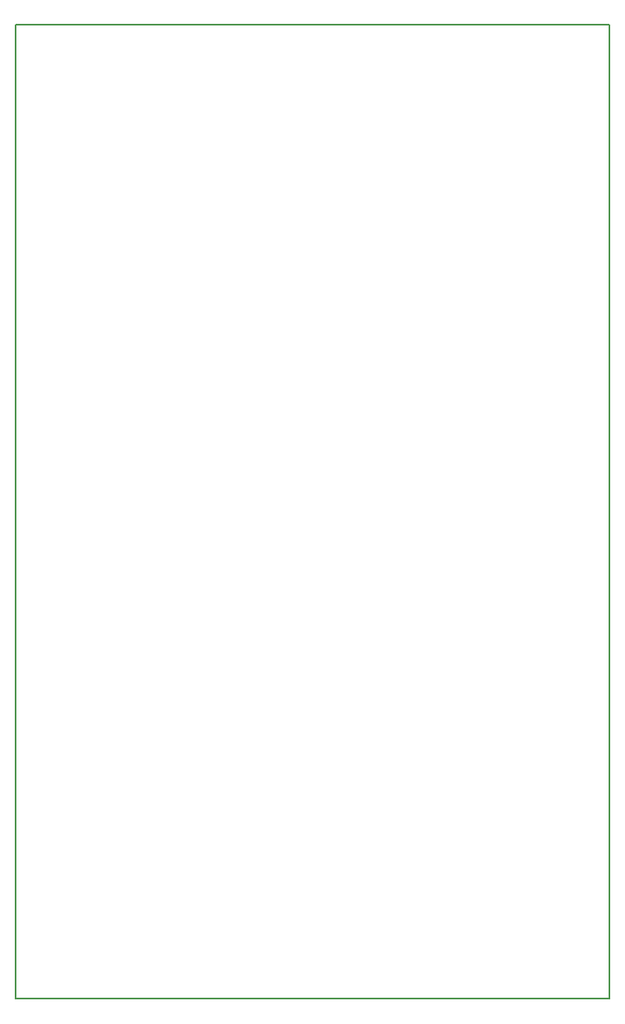
<source format=gbr>
G04 DipTrace 2.4.0.2*
%INBoardOutline.gbr*%
%MOIN*%
%ADD11C,0.006*%
%FSLAX44Y44*%
G04*
G70*
G90*
G75*
G01*
%LNBoardOutline*%
%LPD*%
X3940Y3940D2*
D11*
X28040D1*
Y43440D1*
X3940D1*
Y3940D1*
M02*

</source>
